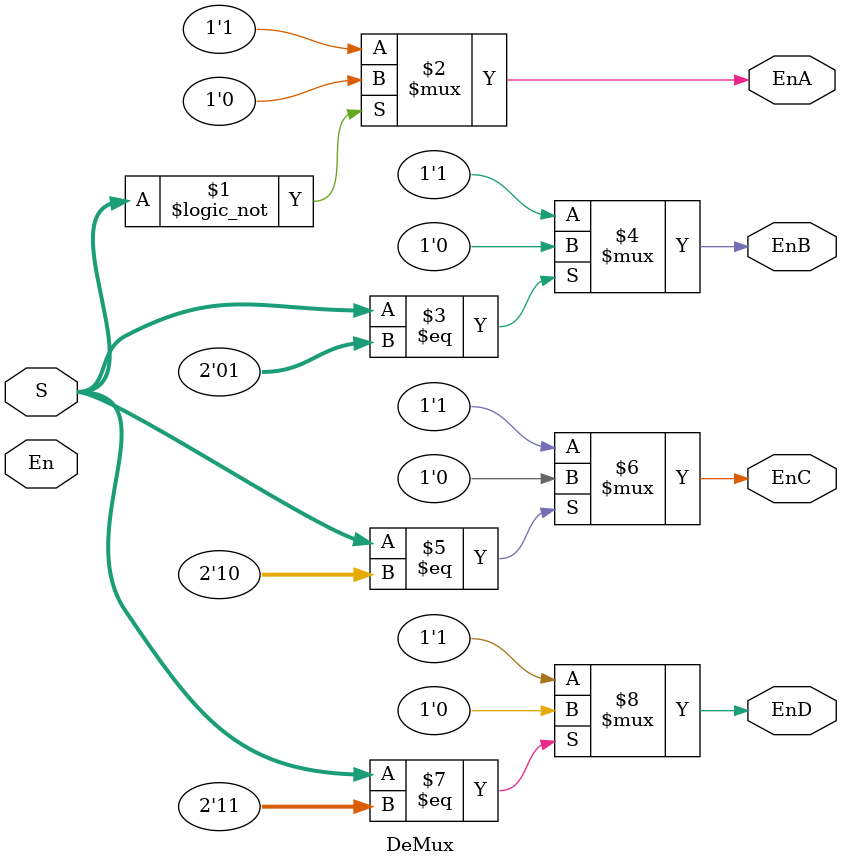
<source format=v>
`timescale 1ns / 1ps

module DeMux(
    input [1:0] S,
    input En,
    output EnA,
    output EnB,
    output EnC,
    output EnD
    );
assign EnA = (S == 2'b00) ? 1'b0 : 1'b1;
assign EnB = (S == 2'b01) ? 1'b0 : 1'b1;
assign EnC = (S == 2'b10) ? 1'b0 : 1'b1;
assign EnD = (S == 2'b11) ? 1'b0 : 1'b1;

endmodule

</source>
